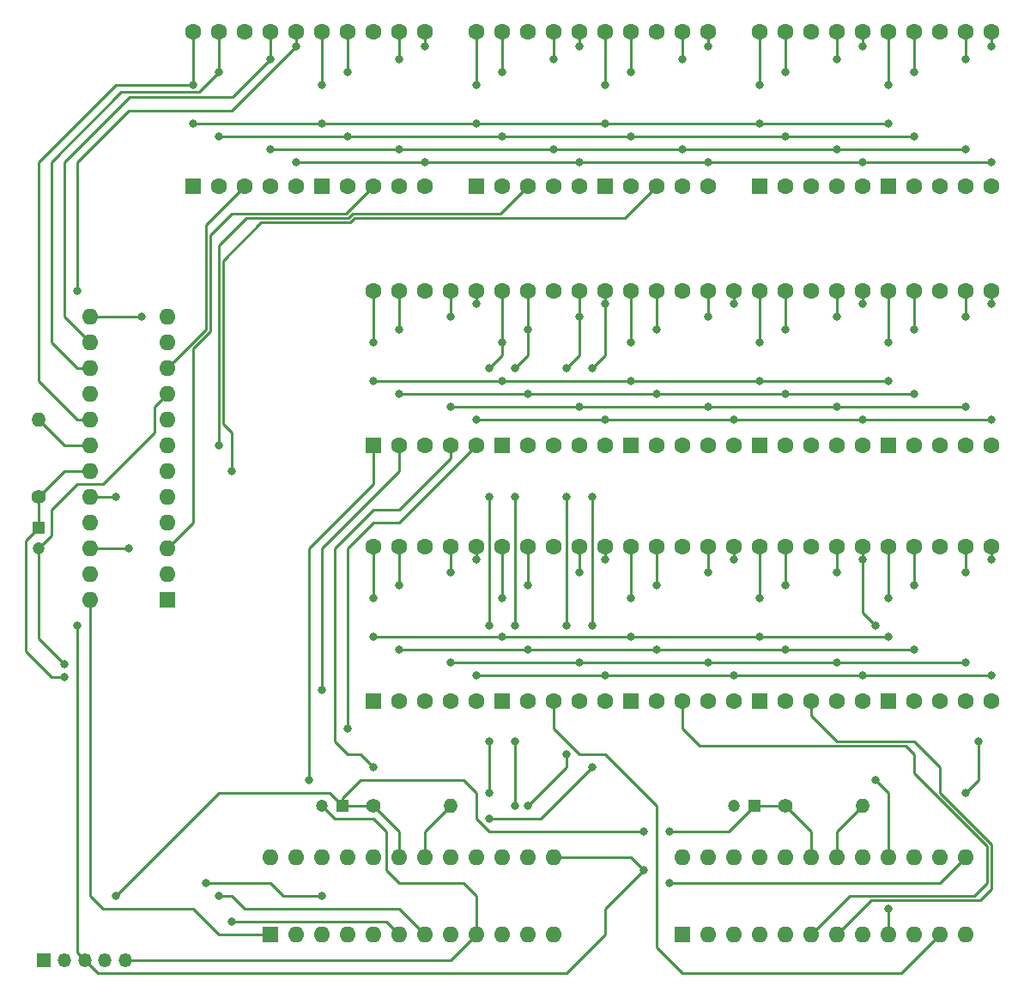
<source format=gtl>
%TF.GenerationSoftware,KiCad,Pcbnew,7.0.8*%
%TF.CreationDate,2023-10-10T00:58:14-07:00*%
%TF.ProjectId,htpm_control_numericals,6874706d-5f63-46f6-9e74-726f6c5f6e75,1*%
%TF.SameCoordinates,Original*%
%TF.FileFunction,Copper,L1,Top*%
%TF.FilePolarity,Positive*%
%FSLAX46Y46*%
G04 Gerber Fmt 4.6, Leading zero omitted, Abs format (unit mm)*
G04 Created by KiCad (PCBNEW 7.0.8) date 2023-10-10 00:58:14*
%MOMM*%
%LPD*%
G01*
G04 APERTURE LIST*
%TA.AperFunction,ComponentPad*%
%ADD10R,1.600000X1.600000*%
%TD*%
%TA.AperFunction,ComponentPad*%
%ADD11C,1.600000*%
%TD*%
%TA.AperFunction,ComponentPad*%
%ADD12C,1.400000*%
%TD*%
%TA.AperFunction,ComponentPad*%
%ADD13O,1.400000X1.400000*%
%TD*%
%TA.AperFunction,ComponentPad*%
%ADD14O,1.600000X1.600000*%
%TD*%
%TA.AperFunction,ComponentPad*%
%ADD15R,1.350000X1.350000*%
%TD*%
%TA.AperFunction,ComponentPad*%
%ADD16O,1.350000X1.350000*%
%TD*%
%TA.AperFunction,ComponentPad*%
%ADD17R,1.200000X1.200000*%
%TD*%
%TA.AperFunction,ComponentPad*%
%ADD18C,1.200000*%
%TD*%
%TA.AperFunction,ViaPad*%
%ADD19C,0.800000*%
%TD*%
%TA.AperFunction,Conductor*%
%ADD20C,0.250000*%
%TD*%
G04 APERTURE END LIST*
D10*
%TO.P,U12,1,E*%
%TO.N,Net-(U10-E)*%
X181610000Y-86360000D03*
D11*
%TO.P,U12,2,D*%
%TO.N,Net-(U10-D)*%
X184150000Y-86360000D03*
%TO.P,U12,3,CC*%
%TO.N,Net-(U13-DIG_0)*%
X186690000Y-86360000D03*
%TO.P,U12,4,C*%
%TO.N,Net-(U10-C)*%
X189230000Y-86360000D03*
%TO.P,U12,5,DP*%
%TO.N,Net-(U10-DP)*%
X191770000Y-86360000D03*
%TO.P,U12,6,B*%
%TO.N,Net-(U10-B)*%
X191770000Y-71120000D03*
%TO.P,U12,7,A*%
%TO.N,Net-(U10-A)*%
X189230000Y-71120000D03*
%TO.P,U12,8,CC*%
%TO.N,unconnected-(U12-CC-Pad8)*%
X186690000Y-71120000D03*
%TO.P,U12,9,F*%
%TO.N,Net-(U10-F)*%
X184150000Y-71120000D03*
%TO.P,U12,10,G*%
%TO.N,Net-(U10-G)*%
X181610000Y-71120000D03*
%TD*%
D10*
%TO.P,U14,1,E*%
%TO.N,Net-(U14-E)*%
X181610000Y-111637500D03*
D11*
%TO.P,U14,2,D*%
%TO.N,Net-(U14-D)*%
X184150000Y-111637500D03*
%TO.P,U14,3,CC*%
%TO.N,Net-(U18-DIG_4)*%
X186690000Y-111637500D03*
%TO.P,U14,4,C*%
%TO.N,Net-(U14-C)*%
X189230000Y-111637500D03*
%TO.P,U14,5,DP*%
%TO.N,Net-(U14-DP)*%
X191770000Y-111637500D03*
%TO.P,U14,6,B*%
%TO.N,Net-(U14-B)*%
X191770000Y-96397500D03*
%TO.P,U14,7,A*%
%TO.N,Net-(U14-A)*%
X189230000Y-96397500D03*
%TO.P,U14,8,CC*%
%TO.N,unconnected-(U14-CC-Pad8)*%
X186690000Y-96397500D03*
%TO.P,U14,9,F*%
%TO.N,Net-(U14-F)*%
X184150000Y-96397500D03*
%TO.P,U14,10,G*%
%TO.N,Net-(U14-G)*%
X181610000Y-96397500D03*
%TD*%
D10*
%TO.P,U16,1,E*%
%TO.N,Net-(U14-E)*%
X156210000Y-111637500D03*
D11*
%TO.P,U16,2,D*%
%TO.N,Net-(U14-D)*%
X158750000Y-111637500D03*
%TO.P,U16,3,CC*%
%TO.N,Net-(U18-DIG_2)*%
X161290000Y-111637500D03*
%TO.P,U16,4,C*%
%TO.N,Net-(U14-C)*%
X163830000Y-111637500D03*
%TO.P,U16,5,DP*%
%TO.N,Net-(U14-DP)*%
X166370000Y-111637500D03*
%TO.P,U16,6,B*%
%TO.N,Net-(U14-B)*%
X166370000Y-96397500D03*
%TO.P,U16,7,A*%
%TO.N,Net-(U14-A)*%
X163830000Y-96397500D03*
%TO.P,U16,8,CC*%
%TO.N,unconnected-(U16-CC-Pad8)*%
X161290000Y-96397500D03*
%TO.P,U16,9,F*%
%TO.N,Net-(U14-F)*%
X158750000Y-96397500D03*
%TO.P,U16,10,G*%
%TO.N,Net-(U14-G)*%
X156210000Y-96397500D03*
%TD*%
D10*
%TO.P,U11,1,E*%
%TO.N,Net-(U10-E)*%
X168910000Y-86360000D03*
D11*
%TO.P,U11,2,D*%
%TO.N,Net-(U10-D)*%
X171450000Y-86360000D03*
%TO.P,U11,3,CC*%
%TO.N,Net-(U13-DIG_1)*%
X173990000Y-86360000D03*
%TO.P,U11,4,C*%
%TO.N,Net-(U10-C)*%
X176530000Y-86360000D03*
%TO.P,U11,5,DP*%
%TO.N,Net-(U10-DP)*%
X179070000Y-86360000D03*
%TO.P,U11,6,B*%
%TO.N,Net-(U10-B)*%
X179070000Y-71120000D03*
%TO.P,U11,7,A*%
%TO.N,Net-(U10-A)*%
X176530000Y-71120000D03*
%TO.P,U11,8,CC*%
%TO.N,unconnected-(U11-CC-Pad8)*%
X173990000Y-71120000D03*
%TO.P,U11,9,F*%
%TO.N,Net-(U10-F)*%
X171450000Y-71120000D03*
%TO.P,U11,10,G*%
%TO.N,Net-(U10-G)*%
X168910000Y-71120000D03*
%TD*%
D10*
%TO.P,U17,1,E*%
%TO.N,Net-(U14-E)*%
X143510000Y-111637500D03*
D11*
%TO.P,U17,2,D*%
%TO.N,Net-(U14-D)*%
X146050000Y-111637500D03*
%TO.P,U17,3,CC*%
%TO.N,Net-(U18-DIG_1)*%
X148590000Y-111637500D03*
%TO.P,U17,4,C*%
%TO.N,Net-(U14-C)*%
X151130000Y-111637500D03*
%TO.P,U17,5,DP*%
%TO.N,Net-(U14-DP)*%
X153670000Y-111637500D03*
%TO.P,U17,6,B*%
%TO.N,Net-(U14-B)*%
X153670000Y-96397500D03*
%TO.P,U17,7,A*%
%TO.N,Net-(U14-A)*%
X151130000Y-96397500D03*
%TO.P,U17,8,CC*%
%TO.N,unconnected-(U17-CC-Pad8)*%
X148590000Y-96397500D03*
%TO.P,U17,9,F*%
%TO.N,Net-(U14-F)*%
X146050000Y-96397500D03*
%TO.P,U17,10,G*%
%TO.N,Net-(U14-G)*%
X143510000Y-96397500D03*
%TD*%
D12*
%TO.P,R2,1*%
%TO.N,+5V*%
X130810000Y-121920000D03*
D13*
%TO.P,R2,2*%
%TO.N,Net-(U13-ISET)*%
X138430000Y-121920000D03*
%TD*%
D12*
%TO.P,R3,1*%
%TO.N,+5V*%
X171450000Y-121920000D03*
D13*
%TO.P,R3,2*%
%TO.N,Net-(U18-ISET)*%
X179070000Y-121920000D03*
%TD*%
D10*
%TO.P,U13,1,DIN*%
%TO.N,Net-(U1-DOUT)*%
X120650000Y-134620000D03*
D14*
%TO.P,U13,2,DIG_0*%
%TO.N,Net-(U13-DIG_0)*%
X123190000Y-134620000D03*
%TO.P,U13,3,DIG_4*%
%TO.N,Net-(U13-DIG_4)*%
X125730000Y-134620000D03*
%TO.P,U13,4,GND*%
%TO.N,unconnected-(U13-GND-Pad4)*%
X128270000Y-134620000D03*
%TO.P,U13,5,DIG_6*%
%TO.N,unconnected-(U13-DIG_6-Pad5)*%
X130810000Y-134620000D03*
%TO.P,U13,6,DIG_2*%
%TO.N,Net-(U13-DIG_2)*%
X133350000Y-134620000D03*
%TO.P,U13,7,DIG_3*%
%TO.N,Net-(U13-DIG_3)*%
X135890000Y-134620000D03*
%TO.P,U13,8,DIG_7*%
%TO.N,unconnected-(U13-DIG_7-Pad8)*%
X138430000Y-134620000D03*
%TO.P,U13,9,GND*%
%TO.N,GND*%
X140970000Y-134620000D03*
%TO.P,U13,10,DIG_5*%
%TO.N,unconnected-(U13-DIG_5-Pad10)*%
X143510000Y-134620000D03*
%TO.P,U13,11,DIG_1*%
%TO.N,Net-(U13-DIG_1)*%
X146050000Y-134620000D03*
%TO.P,U13,12,LOAD*%
%TO.N,Net-(J1-Pin_1)*%
X148590000Y-134620000D03*
%TO.P,U13,13,CLK*%
%TO.N,Net-(J1-Pin_3)*%
X148590000Y-127000000D03*
%TO.P,U13,14,SEG_A*%
%TO.N,Net-(U10-A)*%
X146050000Y-127000000D03*
%TO.P,U13,15,SEG_F*%
%TO.N,Net-(U10-F)*%
X143510000Y-127000000D03*
%TO.P,U13,16,SEG_B*%
%TO.N,Net-(U10-B)*%
X140970000Y-127000000D03*
%TO.P,U13,17,SEG_G*%
%TO.N,Net-(U10-G)*%
X138430000Y-127000000D03*
%TO.P,U13,18,ISET*%
%TO.N,Net-(U13-ISET)*%
X135890000Y-127000000D03*
%TO.P,U13,19,V+*%
%TO.N,+5V*%
X133350000Y-127000000D03*
%TO.P,U13,20,SEG_C*%
%TO.N,Net-(U10-C)*%
X130810000Y-127000000D03*
%TO.P,U13,21,SEG_E*%
%TO.N,Net-(U10-E)*%
X128270000Y-127000000D03*
%TO.P,U13,22,SEG_DP*%
%TO.N,Net-(U10-DP)*%
X125730000Y-127000000D03*
%TO.P,U13,23,SEG_D*%
%TO.N,Net-(U10-D)*%
X123190000Y-127000000D03*
%TO.P,U13,24,DOUT*%
%TO.N,Net-(U13-DOUT)*%
X120650000Y-127000000D03*
%TD*%
D10*
%TO.P,U1,1,DIN*%
%TO.N,Net-(J1-Pin_2)*%
X110490000Y-101600000D03*
D14*
%TO.P,U1,2,DIG_0*%
%TO.N,Net-(U1-DIG_0)*%
X110490000Y-99060000D03*
%TO.P,U1,3,DIG_4*%
%TO.N,Net-(U1-DIG_4)*%
X110490000Y-96520000D03*
%TO.P,U1,4,GND*%
%TO.N,unconnected-(U1-GND-Pad4)*%
X110490000Y-93980000D03*
%TO.P,U1,5,DIG_6*%
%TO.N,unconnected-(U1-DIG_6-Pad5)*%
X110490000Y-91440000D03*
%TO.P,U1,6,DIG_2*%
%TO.N,Net-(U1-DIG_2)*%
X110490000Y-88900000D03*
%TO.P,U1,7,DIG_3*%
%TO.N,Net-(U1-DIG_3)*%
X110490000Y-86360000D03*
%TO.P,U1,8,DIG_7*%
%TO.N,unconnected-(U1-DIG_7-Pad8)*%
X110490000Y-83820000D03*
%TO.P,U1,9,GND*%
%TO.N,GND*%
X110490000Y-81280000D03*
%TO.P,U1,10,DIG_5*%
%TO.N,Net-(U1-DIG_5)*%
X110490000Y-78740000D03*
%TO.P,U1,11,DIG_1*%
%TO.N,Net-(U1-DIG_1)*%
X110490000Y-76200000D03*
%TO.P,U1,12,LOAD*%
%TO.N,Net-(J1-Pin_1)*%
X110490000Y-73660000D03*
%TO.P,U1,13,CLK*%
%TO.N,Net-(J1-Pin_3)*%
X102870000Y-73660000D03*
%TO.P,U1,14,SEG_A*%
%TO.N,Net-(U1-SEG_A)*%
X102870000Y-76200000D03*
%TO.P,U1,15,SEG_F*%
%TO.N,Net-(U1-SEG_F)*%
X102870000Y-78740000D03*
%TO.P,U1,16,SEG_B*%
%TO.N,Net-(U1-SEG_B)*%
X102870000Y-81280000D03*
%TO.P,U1,17,SEG_G*%
%TO.N,Net-(U1-SEG_G)*%
X102870000Y-83820000D03*
%TO.P,U1,18,ISET*%
%TO.N,Net-(U1-ISET)*%
X102870000Y-86360000D03*
%TO.P,U1,19,V+*%
%TO.N,+5V*%
X102870000Y-88900000D03*
%TO.P,U1,20,SEG_C*%
%TO.N,Net-(U1-SEG_C)*%
X102870000Y-91440000D03*
%TO.P,U1,21,SEG_E*%
%TO.N,Net-(U1-SEG_E)*%
X102870000Y-93980000D03*
%TO.P,U1,22,SEG_DP*%
%TO.N,Net-(U1-SEG_DP)*%
X102870000Y-96520000D03*
%TO.P,U1,23,SEG_D*%
%TO.N,Net-(U1-SEG_D)*%
X102870000Y-99060000D03*
%TO.P,U1,24,DOUT*%
%TO.N,Net-(U1-DOUT)*%
X102870000Y-101600000D03*
%TD*%
D12*
%TO.P,R1,1*%
%TO.N,+5V*%
X97790000Y-91440000D03*
D13*
%TO.P,R1,2*%
%TO.N,Net-(U1-ISET)*%
X97790000Y-83820000D03*
%TD*%
D10*
%TO.P,U5,1,E*%
%TO.N,Net-(U1-SEG_E)*%
X153670000Y-60837500D03*
D11*
%TO.P,U5,2,D*%
%TO.N,Net-(U1-SEG_D)*%
X156210000Y-60837500D03*
%TO.P,U5,3,CC*%
%TO.N,Net-(U1-DIG_2)*%
X158750000Y-60837500D03*
%TO.P,U5,4,C*%
%TO.N,Net-(U1-SEG_C)*%
X161290000Y-60837500D03*
%TO.P,U5,5,DP*%
%TO.N,Net-(U1-SEG_DP)*%
X163830000Y-60837500D03*
%TO.P,U5,6,B*%
%TO.N,Net-(U1-SEG_B)*%
X163830000Y-45597500D03*
%TO.P,U5,7,A*%
%TO.N,Net-(U1-SEG_A)*%
X161290000Y-45597500D03*
%TO.P,U5,8,CC*%
%TO.N,unconnected-(U5-CC-Pad8)*%
X158750000Y-45597500D03*
%TO.P,U5,9,F*%
%TO.N,Net-(U1-SEG_F)*%
X156210000Y-45597500D03*
%TO.P,U5,10,G*%
%TO.N,Net-(U1-SEG_G)*%
X153670000Y-45597500D03*
%TD*%
D10*
%TO.P,U19,1,E*%
%TO.N,Net-(U14-E)*%
X130810000Y-111637500D03*
D11*
%TO.P,U19,2,D*%
%TO.N,Net-(U14-D)*%
X133350000Y-111637500D03*
%TO.P,U19,3,CC*%
%TO.N,Net-(U18-DIG_0)*%
X135890000Y-111637500D03*
%TO.P,U19,4,C*%
%TO.N,Net-(U14-C)*%
X138430000Y-111637500D03*
%TO.P,U19,5,DP*%
%TO.N,Net-(U14-DP)*%
X140970000Y-111637500D03*
%TO.P,U19,6,B*%
%TO.N,Net-(U14-B)*%
X140970000Y-96397500D03*
%TO.P,U19,7,A*%
%TO.N,Net-(U14-A)*%
X138430000Y-96397500D03*
%TO.P,U19,8,CC*%
%TO.N,unconnected-(U19-CC-Pad8)*%
X135890000Y-96397500D03*
%TO.P,U19,9,F*%
%TO.N,Net-(U14-F)*%
X133350000Y-96397500D03*
%TO.P,U19,10,G*%
%TO.N,Net-(U14-G)*%
X130810000Y-96397500D03*
%TD*%
D10*
%TO.P,U18,1,DIN*%
%TO.N,Net-(U13-DOUT)*%
X161290000Y-134620000D03*
D14*
%TO.P,U18,2,DIG_0*%
%TO.N,Net-(U18-DIG_0)*%
X163830000Y-134620000D03*
%TO.P,U18,3,DIG_4*%
%TO.N,Net-(U18-DIG_4)*%
X166370000Y-134620000D03*
%TO.P,U18,4,GND*%
%TO.N,unconnected-(U18-GND-Pad4)*%
X168910000Y-134620000D03*
%TO.P,U18,5,DIG_6*%
%TO.N,unconnected-(U18-DIG_6-Pad5)*%
X171450000Y-134620000D03*
%TO.P,U18,6,DIG_2*%
%TO.N,Net-(U18-DIG_2)*%
X173990000Y-134620000D03*
%TO.P,U18,7,DIG_3*%
%TO.N,Net-(U18-DIG_3)*%
X176530000Y-134620000D03*
%TO.P,U18,8,DIG_7*%
%TO.N,unconnected-(U18-DIG_7-Pad8)*%
X179070000Y-134620000D03*
%TO.P,U18,9,GND*%
%TO.N,GND*%
X181610000Y-134620000D03*
%TO.P,U18,10,DIG_5*%
%TO.N,unconnected-(U18-DIG_5-Pad10)*%
X184150000Y-134620000D03*
%TO.P,U18,11,DIG_1*%
%TO.N,Net-(U18-DIG_1)*%
X186690000Y-134620000D03*
%TO.P,U18,12,LOAD*%
%TO.N,Net-(J1-Pin_1)*%
X189230000Y-134620000D03*
%TO.P,U18,13,CLK*%
%TO.N,Net-(J1-Pin_3)*%
X189230000Y-127000000D03*
%TO.P,U18,14,SEG_A*%
%TO.N,Net-(U14-A)*%
X186690000Y-127000000D03*
%TO.P,U18,15,SEG_F*%
%TO.N,Net-(U14-F)*%
X184150000Y-127000000D03*
%TO.P,U18,16,SEG_B*%
%TO.N,Net-(U14-B)*%
X181610000Y-127000000D03*
%TO.P,U18,17,SEG_G*%
%TO.N,Net-(U14-G)*%
X179070000Y-127000000D03*
%TO.P,U18,18,ISET*%
%TO.N,Net-(U18-ISET)*%
X176530000Y-127000000D03*
%TO.P,U18,19,V+*%
%TO.N,+5V*%
X173990000Y-127000000D03*
%TO.P,U18,20,SEG_C*%
%TO.N,Net-(U14-C)*%
X171450000Y-127000000D03*
%TO.P,U18,21,SEG_E*%
%TO.N,Net-(U14-E)*%
X168910000Y-127000000D03*
%TO.P,U18,22,SEG_DP*%
%TO.N,Net-(U14-DP)*%
X166370000Y-127000000D03*
%TO.P,U18,23,SEG_D*%
%TO.N,Net-(U14-D)*%
X163830000Y-127000000D03*
%TO.P,U18,24,DOUT*%
%TO.N,unconnected-(U18-DOUT-Pad24)*%
X161290000Y-127000000D03*
%TD*%
D10*
%TO.P,U15,1,E*%
%TO.N,Net-(U14-E)*%
X168910000Y-111637500D03*
D11*
%TO.P,U15,2,D*%
%TO.N,Net-(U14-D)*%
X171450000Y-111637500D03*
%TO.P,U15,3,CC*%
%TO.N,Net-(U18-DIG_3)*%
X173990000Y-111637500D03*
%TO.P,U15,4,C*%
%TO.N,Net-(U14-C)*%
X176530000Y-111637500D03*
%TO.P,U15,5,DP*%
%TO.N,Net-(U14-DP)*%
X179070000Y-111637500D03*
%TO.P,U15,6,B*%
%TO.N,Net-(U14-B)*%
X179070000Y-96397500D03*
%TO.P,U15,7,A*%
%TO.N,Net-(U14-A)*%
X176530000Y-96397500D03*
%TO.P,U15,8,CC*%
%TO.N,unconnected-(U15-CC-Pad8)*%
X173990000Y-96397500D03*
%TO.P,U15,9,F*%
%TO.N,Net-(U14-F)*%
X171450000Y-96397500D03*
%TO.P,U15,10,G*%
%TO.N,Net-(U14-G)*%
X168910000Y-96397500D03*
%TD*%
D10*
%TO.P,U9,1,E*%
%TO.N,Net-(U10-E)*%
X143510000Y-86360000D03*
D11*
%TO.P,U9,2,D*%
%TO.N,Net-(U10-D)*%
X146050000Y-86360000D03*
%TO.P,U9,3,CC*%
%TO.N,Net-(U13-DIG_3)*%
X148590000Y-86360000D03*
%TO.P,U9,4,C*%
%TO.N,Net-(U10-C)*%
X151130000Y-86360000D03*
%TO.P,U9,5,DP*%
%TO.N,Net-(U10-DP)*%
X153670000Y-86360000D03*
%TO.P,U9,6,B*%
%TO.N,Net-(U10-B)*%
X153670000Y-71120000D03*
%TO.P,U9,7,A*%
%TO.N,Net-(U10-A)*%
X151130000Y-71120000D03*
%TO.P,U9,8,CC*%
%TO.N,unconnected-(U9-CC-Pad8)*%
X148590000Y-71120000D03*
%TO.P,U9,9,F*%
%TO.N,Net-(U10-F)*%
X146050000Y-71120000D03*
%TO.P,U9,10,G*%
%TO.N,Net-(U10-G)*%
X143510000Y-71120000D03*
%TD*%
D10*
%TO.P,U6,1,E*%
%TO.N,Net-(U1-SEG_E)*%
X168910000Y-60837500D03*
D11*
%TO.P,U6,2,D*%
%TO.N,Net-(U1-SEG_D)*%
X171450000Y-60837500D03*
%TO.P,U6,3,CC*%
%TO.N,Net-(U1-DIG_1)*%
X173990000Y-60837500D03*
%TO.P,U6,4,C*%
%TO.N,Net-(U1-SEG_C)*%
X176530000Y-60837500D03*
%TO.P,U6,5,DP*%
%TO.N,Net-(U1-SEG_DP)*%
X179070000Y-60837500D03*
%TO.P,U6,6,B*%
%TO.N,Net-(U1-SEG_B)*%
X179070000Y-45597500D03*
%TO.P,U6,7,A*%
%TO.N,Net-(U1-SEG_A)*%
X176530000Y-45597500D03*
%TO.P,U6,8,CC*%
%TO.N,unconnected-(U6-CC-Pad8)*%
X173990000Y-45597500D03*
%TO.P,U6,9,F*%
%TO.N,Net-(U1-SEG_F)*%
X171450000Y-45597500D03*
%TO.P,U6,10,G*%
%TO.N,Net-(U1-SEG_G)*%
X168910000Y-45597500D03*
%TD*%
D10*
%TO.P,U8,1,E*%
%TO.N,Net-(U10-E)*%
X130810000Y-86360000D03*
D11*
%TO.P,U8,2,D*%
%TO.N,Net-(U10-D)*%
X133350000Y-86360000D03*
%TO.P,U8,3,CC*%
%TO.N,Net-(U13-DIG_4)*%
X135890000Y-86360000D03*
%TO.P,U8,4,C*%
%TO.N,Net-(U10-C)*%
X138430000Y-86360000D03*
%TO.P,U8,5,DP*%
%TO.N,Net-(U10-DP)*%
X140970000Y-86360000D03*
%TO.P,U8,6,B*%
%TO.N,Net-(U10-B)*%
X140970000Y-71120000D03*
%TO.P,U8,7,A*%
%TO.N,Net-(U10-A)*%
X138430000Y-71120000D03*
%TO.P,U8,8,CC*%
%TO.N,unconnected-(U8-CC-Pad8)*%
X135890000Y-71120000D03*
%TO.P,U8,9,F*%
%TO.N,Net-(U10-F)*%
X133350000Y-71120000D03*
%TO.P,U8,10,G*%
%TO.N,Net-(U10-G)*%
X130810000Y-71120000D03*
%TD*%
D15*
%TO.P,J1,1,Pin_1*%
%TO.N,Net-(J1-Pin_1)*%
X98330000Y-137160000D03*
D16*
%TO.P,J1,2,Pin_2*%
%TO.N,Net-(J1-Pin_2)*%
X100330000Y-137160000D03*
%TO.P,J1,3,Pin_3*%
%TO.N,Net-(J1-Pin_3)*%
X102330000Y-137160000D03*
%TO.P,J1,4,Pin_4*%
%TO.N,+5V*%
X104330000Y-137160000D03*
%TO.P,J1,5,Pin_5*%
%TO.N,GND*%
X106330000Y-137160000D03*
%TD*%
D10*
%TO.P,U10,1,E*%
%TO.N,Net-(U10-E)*%
X156210000Y-86360000D03*
D11*
%TO.P,U10,2,D*%
%TO.N,Net-(U10-D)*%
X158750000Y-86360000D03*
%TO.P,U10,3,CC*%
%TO.N,Net-(U13-DIG_2)*%
X161290000Y-86360000D03*
%TO.P,U10,4,C*%
%TO.N,Net-(U10-C)*%
X163830000Y-86360000D03*
%TO.P,U10,5,DP*%
%TO.N,Net-(U10-DP)*%
X166370000Y-86360000D03*
%TO.P,U10,6,B*%
%TO.N,Net-(U10-B)*%
X166370000Y-71120000D03*
%TO.P,U10,7,A*%
%TO.N,Net-(U10-A)*%
X163830000Y-71120000D03*
%TO.P,U10,8,CC*%
%TO.N,unconnected-(U10-CC-Pad8)*%
X161290000Y-71120000D03*
%TO.P,U10,9,F*%
%TO.N,Net-(U10-F)*%
X158750000Y-71120000D03*
%TO.P,U10,10,G*%
%TO.N,Net-(U10-G)*%
X156210000Y-71120000D03*
%TD*%
D10*
%TO.P,U2,1,E*%
%TO.N,Net-(U1-SEG_E)*%
X113030000Y-60837500D03*
D11*
%TO.P,U2,2,D*%
%TO.N,Net-(U1-SEG_D)*%
X115570000Y-60837500D03*
%TO.P,U2,3,CC*%
%TO.N,Net-(U1-DIG_5)*%
X118110000Y-60837500D03*
%TO.P,U2,4,C*%
%TO.N,Net-(U1-SEG_C)*%
X120650000Y-60837500D03*
%TO.P,U2,5,DP*%
%TO.N,Net-(U1-SEG_DP)*%
X123190000Y-60837500D03*
%TO.P,U2,6,B*%
%TO.N,Net-(U1-SEG_B)*%
X123190000Y-45597500D03*
%TO.P,U2,7,A*%
%TO.N,Net-(U1-SEG_A)*%
X120650000Y-45597500D03*
%TO.P,U2,8,CC*%
%TO.N,unconnected-(U2-CC-Pad8)*%
X118110000Y-45597500D03*
%TO.P,U2,9,F*%
%TO.N,Net-(U1-SEG_F)*%
X115570000Y-45597500D03*
%TO.P,U2,10,G*%
%TO.N,Net-(U1-SEG_G)*%
X113030000Y-45597500D03*
%TD*%
D10*
%TO.P,U4,1,E*%
%TO.N,Net-(U1-SEG_E)*%
X140970000Y-60837500D03*
D11*
%TO.P,U4,2,D*%
%TO.N,Net-(U1-SEG_D)*%
X143510000Y-60837500D03*
%TO.P,U4,3,CC*%
%TO.N,Net-(U1-DIG_3)*%
X146050000Y-60837500D03*
%TO.P,U4,4,C*%
%TO.N,Net-(U1-SEG_C)*%
X148590000Y-60837500D03*
%TO.P,U4,5,DP*%
%TO.N,Net-(U1-SEG_DP)*%
X151130000Y-60837500D03*
%TO.P,U4,6,B*%
%TO.N,Net-(U1-SEG_B)*%
X151130000Y-45597500D03*
%TO.P,U4,7,A*%
%TO.N,Net-(U1-SEG_A)*%
X148590000Y-45597500D03*
%TO.P,U4,8,CC*%
%TO.N,unconnected-(U4-CC-Pad8)*%
X146050000Y-45597500D03*
%TO.P,U4,9,F*%
%TO.N,Net-(U1-SEG_F)*%
X143510000Y-45597500D03*
%TO.P,U4,10,G*%
%TO.N,Net-(U1-SEG_G)*%
X140970000Y-45597500D03*
%TD*%
D17*
%TO.P,C2,1*%
%TO.N,+5V*%
X127730000Y-121920000D03*
D18*
%TO.P,C2,2*%
%TO.N,GND*%
X125730000Y-121920000D03*
%TD*%
D17*
%TO.P,C3,1*%
%TO.N,+5V*%
X168370000Y-121920000D03*
D18*
%TO.P,C3,2*%
%TO.N,GND*%
X166370000Y-121920000D03*
%TD*%
D10*
%TO.P,U7,1,E*%
%TO.N,Net-(U1-SEG_E)*%
X181610000Y-60837500D03*
D11*
%TO.P,U7,2,D*%
%TO.N,Net-(U1-SEG_D)*%
X184150000Y-60837500D03*
%TO.P,U7,3,CC*%
%TO.N,Net-(U1-DIG_0)*%
X186690000Y-60837500D03*
%TO.P,U7,4,C*%
%TO.N,Net-(U1-SEG_C)*%
X189230000Y-60837500D03*
%TO.P,U7,5,DP*%
%TO.N,Net-(U1-SEG_DP)*%
X191770000Y-60837500D03*
%TO.P,U7,6,B*%
%TO.N,Net-(U1-SEG_B)*%
X191770000Y-45597500D03*
%TO.P,U7,7,A*%
%TO.N,Net-(U1-SEG_A)*%
X189230000Y-45597500D03*
%TO.P,U7,8,CC*%
%TO.N,unconnected-(U7-CC-Pad8)*%
X186690000Y-45597500D03*
%TO.P,U7,9,F*%
%TO.N,Net-(U1-SEG_F)*%
X184150000Y-45597500D03*
%TO.P,U7,10,G*%
%TO.N,Net-(U1-SEG_G)*%
X181610000Y-45597500D03*
%TD*%
D10*
%TO.P,U3,1,E*%
%TO.N,Net-(U1-SEG_E)*%
X125730000Y-60837500D03*
D11*
%TO.P,U3,2,D*%
%TO.N,Net-(U1-SEG_D)*%
X128270000Y-60837500D03*
%TO.P,U3,3,CC*%
%TO.N,Net-(U1-DIG_4)*%
X130810000Y-60837500D03*
%TO.P,U3,4,C*%
%TO.N,Net-(U1-SEG_C)*%
X133350000Y-60837500D03*
%TO.P,U3,5,DP*%
%TO.N,Net-(U1-SEG_DP)*%
X135890000Y-60837500D03*
%TO.P,U3,6,B*%
%TO.N,Net-(U1-SEG_B)*%
X135890000Y-45597500D03*
%TO.P,U3,7,A*%
%TO.N,Net-(U1-SEG_A)*%
X133350000Y-45597500D03*
%TO.P,U3,8,CC*%
%TO.N,unconnected-(U3-CC-Pad8)*%
X130810000Y-45597500D03*
%TO.P,U3,9,F*%
%TO.N,Net-(U1-SEG_F)*%
X128270000Y-45597500D03*
%TO.P,U3,10,G*%
%TO.N,Net-(U1-SEG_G)*%
X125730000Y-45597500D03*
%TD*%
D17*
%TO.P,C1,1*%
%TO.N,+5V*%
X97790000Y-94520000D03*
D18*
%TO.P,C1,2*%
%TO.N,GND*%
X97790000Y-96520000D03*
%TD*%
D19*
%TO.N,+5V*%
X105410000Y-130810000D03*
X157480000Y-124460000D03*
X100330000Y-109220000D03*
X160020000Y-124460000D03*
%TO.N,GND*%
X100330000Y-107950000D03*
X181610000Y-132080000D03*
%TO.N,Net-(J1-Pin_3)*%
X107950000Y-73660000D03*
X160020000Y-129540000D03*
X101600000Y-104140000D03*
X157480000Y-128270000D03*
%TO.N,Net-(U1-DIG_2)*%
X116840000Y-88900000D03*
%TO.N,Net-(U1-DIG_3)*%
X115570000Y-86360000D03*
%TO.N,Net-(U1-SEG_A)*%
X120650000Y-48260000D03*
X133350000Y-48260000D03*
X161290000Y-48260000D03*
X148590000Y-48260000D03*
X176530000Y-48260000D03*
X189230000Y-48260000D03*
%TO.N,Net-(U1-SEG_F)*%
X115570000Y-49530000D03*
X143510000Y-49530000D03*
X156210000Y-49530000D03*
X184150000Y-49530000D03*
X171450000Y-49530000D03*
X128270000Y-49530000D03*
%TO.N,Net-(U1-SEG_B)*%
X101600000Y-71120000D03*
X179070000Y-46990000D03*
X151130000Y-46990000D03*
X163830000Y-46990000D03*
X135890000Y-46990000D03*
X191770000Y-46990000D03*
X123190000Y-46990000D03*
%TO.N,Net-(U1-SEG_G)*%
X153670000Y-50800000D03*
X125730000Y-50800000D03*
X168910000Y-50800000D03*
X181610000Y-50800000D03*
X113030000Y-50800000D03*
X140970000Y-50800000D03*
%TO.N,Net-(U1-SEG_C)*%
X176530000Y-57150000D03*
X189230000Y-57150000D03*
X133350000Y-57150000D03*
X161290000Y-57150000D03*
X120650000Y-57150000D03*
X105410000Y-91440000D03*
X148590000Y-57150000D03*
%TO.N,Net-(U1-SEG_E)*%
X125730000Y-54610000D03*
X168910000Y-54610000D03*
X153670000Y-54610000D03*
X181610000Y-54610000D03*
X113030000Y-54610000D03*
X140970000Y-54610000D03*
%TO.N,Net-(U1-SEG_DP)*%
X163830000Y-58420000D03*
X123190000Y-58420000D03*
X135890000Y-58420000D03*
X179070000Y-58420000D03*
X191770000Y-58420000D03*
X106680000Y-96520000D03*
X151130000Y-58420000D03*
%TO.N,Net-(U1-SEG_D)*%
X128270000Y-55880000D03*
X143510000Y-55880000D03*
X184150000Y-55880000D03*
X115570000Y-55880000D03*
X156210000Y-55880000D03*
X171450000Y-55880000D03*
%TO.N,Net-(U10-E)*%
X130810000Y-80010000D03*
X143510000Y-80010000D03*
X156210000Y-80010000D03*
X181610000Y-80010000D03*
X124460000Y-119380000D03*
X168910000Y-80010000D03*
%TO.N,Net-(U10-D)*%
X146050000Y-81280000D03*
X133350000Y-81280000D03*
X158750000Y-81280000D03*
X184150000Y-81280000D03*
X171450000Y-81280000D03*
X125730000Y-110490000D03*
%TO.N,Net-(U10-C)*%
X176530000Y-82550000D03*
X189230000Y-82550000D03*
X151130000Y-82550000D03*
X138430000Y-82550000D03*
X163830000Y-82550000D03*
X130810000Y-118110000D03*
%TO.N,Net-(U10-DP)*%
X179070000Y-83820000D03*
X153670000Y-83820000D03*
X128270000Y-114300000D03*
X140970000Y-83820000D03*
X191770000Y-83820000D03*
X166370000Y-83820000D03*
%TO.N,Net-(U10-B)*%
X153670000Y-72390000D03*
X140970000Y-72390000D03*
X142240000Y-123190000D03*
X152400000Y-78740000D03*
X191770000Y-72390000D03*
X152400000Y-91440000D03*
X179070000Y-72390000D03*
X166370000Y-72390000D03*
X152400000Y-118110000D03*
X152400000Y-104140000D03*
%TO.N,Net-(U10-A)*%
X163830000Y-73660000D03*
X149860000Y-104140000D03*
X149860000Y-78740000D03*
X151130000Y-73660000D03*
X176530000Y-73660000D03*
X149860000Y-91440000D03*
X138430000Y-73660000D03*
X146050000Y-121920000D03*
X149860000Y-116840000D03*
X189230000Y-73660000D03*
%TO.N,Net-(U10-F)*%
X144780000Y-121920000D03*
X144780000Y-78740000D03*
X146050000Y-74930000D03*
X133350000Y-74930000D03*
X144780000Y-91440000D03*
X144780000Y-104140000D03*
X171450000Y-74930000D03*
X158750000Y-74930000D03*
X144780000Y-115570000D03*
X184150000Y-74930000D03*
%TO.N,Net-(U10-G)*%
X142240000Y-104140000D03*
X143510000Y-76200000D03*
X130810000Y-76200000D03*
X181610000Y-76200000D03*
X142240000Y-120650000D03*
X156210000Y-76200000D03*
X168910000Y-76200000D03*
X142240000Y-91440000D03*
X142240000Y-115570000D03*
X142240000Y-78740000D03*
%TO.N,Net-(U13-DIG_4)*%
X114300000Y-129540000D03*
X125730000Y-130810000D03*
%TO.N,Net-(U13-DIG_2)*%
X116840000Y-133350000D03*
%TO.N,Net-(U13-DIG_3)*%
X115570000Y-130810000D03*
%TO.N,Net-(U14-E)*%
X181610000Y-105287500D03*
X130810000Y-105287500D03*
X143510000Y-105287500D03*
X156210000Y-105287500D03*
X168910000Y-105287500D03*
%TO.N,Net-(U14-D)*%
X158750000Y-106557500D03*
X184150000Y-106557500D03*
X133350000Y-106557500D03*
X146050000Y-106557500D03*
X171450000Y-106557500D03*
%TO.N,Net-(U14-C)*%
X163830000Y-107827500D03*
X151130000Y-107827500D03*
X189230000Y-107827500D03*
X138430000Y-107827500D03*
X176530000Y-107827500D03*
%TO.N,Net-(U14-DP)*%
X179070000Y-109097500D03*
X140970000Y-109097500D03*
X166370000Y-109097500D03*
X191770000Y-109097500D03*
X153670000Y-109097500D03*
%TO.N,Net-(U14-B)*%
X153670000Y-97667500D03*
X166370000Y-97667500D03*
X140970000Y-97667500D03*
X179070000Y-97667500D03*
X180340000Y-104140000D03*
X180340000Y-119380000D03*
X191770000Y-97667500D03*
%TO.N,Net-(U14-A)*%
X151130000Y-98937500D03*
X138430000Y-98937500D03*
X190500000Y-115570000D03*
X189230000Y-120650000D03*
X176530000Y-98937500D03*
X189230000Y-98937500D03*
X163830000Y-98937500D03*
%TO.N,Net-(U14-F)*%
X133350000Y-100207500D03*
X184150000Y-100207500D03*
X146050000Y-100207500D03*
X158750000Y-100207500D03*
X171450000Y-100207500D03*
%TO.N,Net-(U14-G)*%
X143510000Y-101477500D03*
X168910000Y-101477500D03*
X181610000Y-101477500D03*
X156210000Y-101477500D03*
X130810000Y-101477500D03*
%TD*%
D20*
%TO.N,+5V*%
X165830000Y-124460000D02*
X163830000Y-124460000D01*
X100330000Y-88900000D02*
X102870000Y-88900000D01*
X100330000Y-109220000D02*
X99060000Y-109220000D01*
X97790000Y-91440000D02*
X100330000Y-88900000D01*
X126460000Y-120650000D02*
X115570000Y-120650000D01*
X127730000Y-121920000D02*
X126460000Y-120650000D01*
X140970000Y-120650000D02*
X139700000Y-119380000D01*
X168370000Y-121920000D02*
X171450000Y-121920000D01*
X163830000Y-124460000D02*
X160020000Y-124460000D01*
X130810000Y-121920000D02*
X127730000Y-121920000D01*
X96520000Y-95790000D02*
X97790000Y-94520000D01*
X127730000Y-121190000D02*
X127730000Y-121920000D01*
X168370000Y-121920000D02*
X165830000Y-124460000D01*
X97790000Y-94520000D02*
X97790000Y-91440000D01*
X171450000Y-121920000D02*
X173990000Y-124460000D01*
X157480000Y-124460000D02*
X142240000Y-124460000D01*
X142240000Y-124460000D02*
X140970000Y-123190000D01*
X129540000Y-119380000D02*
X127730000Y-121190000D01*
X96520000Y-106680000D02*
X96520000Y-95790000D01*
X99060000Y-109220000D02*
X96520000Y-106680000D01*
X115570000Y-120650000D02*
X105410000Y-130810000D01*
X140970000Y-123190000D02*
X140970000Y-120650000D01*
X133350000Y-124460000D02*
X133350000Y-127000000D01*
X173990000Y-124460000D02*
X173990000Y-127000000D01*
X130810000Y-121920000D02*
X133350000Y-124460000D01*
X139700000Y-119380000D02*
X129540000Y-119380000D01*
%TO.N,GND*%
X181610000Y-134620000D02*
X181610000Y-132080000D01*
X104140000Y-90170000D02*
X109220000Y-85090000D01*
X132080000Y-124460000D02*
X132080000Y-128270000D01*
X125730000Y-121920000D02*
X127000000Y-123190000D01*
X140970000Y-130810000D02*
X140970000Y-134620000D01*
X109220000Y-82550000D02*
X110490000Y-81280000D01*
X97790000Y-105410000D02*
X100330000Y-107950000D01*
X132080000Y-128270000D02*
X133350000Y-129540000D01*
X139700000Y-129540000D02*
X140970000Y-130810000D01*
X101600000Y-90170000D02*
X104140000Y-90170000D01*
X97790000Y-96520000D02*
X97790000Y-105410000D01*
X138430000Y-137160000D02*
X106330000Y-137160000D01*
X109220000Y-85090000D02*
X109220000Y-82550000D01*
X130810000Y-123190000D02*
X132080000Y-124460000D01*
X133350000Y-129540000D02*
X139700000Y-129540000D01*
X127000000Y-123190000D02*
X130810000Y-123190000D01*
X99060000Y-95250000D02*
X99060000Y-92710000D01*
X97790000Y-96520000D02*
X99060000Y-95250000D01*
X99060000Y-92710000D02*
X101600000Y-90170000D01*
X140970000Y-134620000D02*
X138430000Y-137160000D01*
%TO.N,Net-(J1-Pin_3)*%
X189230000Y-127000000D02*
X186690000Y-129540000D01*
X103600000Y-138430000D02*
X102330000Y-137160000D01*
X157480000Y-128270000D02*
X153670000Y-132080000D01*
X101600000Y-136430000D02*
X102330000Y-137160000D01*
X149860000Y-138430000D02*
X103600000Y-138430000D01*
X186690000Y-129540000D02*
X160020000Y-129540000D01*
X102870000Y-73660000D02*
X107950000Y-73660000D01*
X156210000Y-127000000D02*
X148590000Y-127000000D01*
X101600000Y-104140000D02*
X101600000Y-136430000D01*
X153670000Y-132080000D02*
X153670000Y-134620000D01*
X157480000Y-128270000D02*
X156210000Y-127000000D01*
X153670000Y-134620000D02*
X149860000Y-138430000D01*
%TO.N,Net-(U1-ISET)*%
X97790000Y-83820000D02*
X100330000Y-86360000D01*
X100330000Y-86360000D02*
X102870000Y-86360000D01*
%TO.N,Net-(U18-ISET)*%
X176530000Y-127000000D02*
X176530000Y-124460000D01*
X176530000Y-124460000D02*
X179070000Y-121920000D01*
%TO.N,Net-(U13-ISET)*%
X135890000Y-127000000D02*
X135890000Y-124460000D01*
X135890000Y-124460000D02*
X138430000Y-121920000D01*
%TO.N,Net-(U1-DIG_4)*%
X114750000Y-75116396D02*
X113030000Y-76836396D01*
X114750000Y-65590000D02*
X114750000Y-75116396D01*
X130810000Y-60837500D02*
X128147500Y-63500000D01*
X128147500Y-63500000D02*
X116840000Y-63500000D01*
X113030000Y-76836396D02*
X113030000Y-93980000D01*
X113030000Y-93980000D02*
X110490000Y-96520000D01*
X116840000Y-63500000D02*
X114750000Y-65590000D01*
%TO.N,Net-(U1-DIG_2)*%
X116840000Y-85090000D02*
X116840000Y-88900000D01*
X116020000Y-68131396D02*
X116020000Y-84270000D01*
X155637500Y-63950000D02*
X128970292Y-63950000D01*
X128970292Y-63950000D02*
X128520292Y-64400000D01*
X119751396Y-64400000D02*
X116020000Y-68131396D01*
X128520292Y-64400000D02*
X119751396Y-64400000D01*
X158750000Y-60837500D02*
X155637500Y-63950000D01*
X116020000Y-84270000D02*
X116840000Y-85090000D01*
%TO.N,Net-(U1-DIG_3)*%
X143387500Y-63500000D02*
X128783896Y-63500000D01*
X115570000Y-85090000D02*
X115570000Y-86360000D01*
X146050000Y-60837500D02*
X143387500Y-63500000D01*
X118296396Y-63950000D02*
X115570000Y-66676396D01*
X115570000Y-66676396D02*
X115570000Y-85090000D01*
X128783896Y-63500000D02*
X128333896Y-63950000D01*
X128333896Y-63950000D02*
X118296396Y-63950000D01*
%TO.N,Net-(U1-DIG_5)*%
X114300000Y-64647500D02*
X114300000Y-74930000D01*
X118110000Y-60837500D02*
X114300000Y-64647500D01*
X114300000Y-74930000D02*
X110490000Y-78740000D01*
%TO.N,Net-(U1-SEG_A)*%
X100330000Y-58420000D02*
X100330000Y-73660000D01*
X120650000Y-48260000D02*
X116935000Y-51975000D01*
X161290000Y-48260000D02*
X161290000Y-45597500D01*
X106775000Y-51975000D02*
X100330000Y-58420000D01*
X176530000Y-48260000D02*
X176530000Y-45597500D01*
X148590000Y-48260000D02*
X148590000Y-45597500D01*
X120650000Y-48260000D02*
X120650000Y-45597500D01*
X189230000Y-45597500D02*
X189230000Y-48260000D01*
X100330000Y-73660000D02*
X102870000Y-76200000D01*
X116935000Y-51975000D02*
X106775000Y-51975000D01*
X133350000Y-48260000D02*
X133350000Y-45597500D01*
%TO.N,Net-(U1-SEG_F)*%
X99060000Y-76200000D02*
X101600000Y-78740000D01*
X105955000Y-51525000D02*
X99060000Y-58420000D01*
X115570000Y-45597500D02*
X115570000Y-49530000D01*
X113629695Y-51525000D02*
X105955000Y-51525000D01*
X128270000Y-45597500D02*
X128270000Y-49530000D01*
X115570000Y-49584695D02*
X113629695Y-51525000D01*
X156210000Y-45597500D02*
X156210000Y-49530000D01*
X184150000Y-45597500D02*
X184150000Y-49530000D01*
X171450000Y-45597500D02*
X171450000Y-49530000D01*
X99060000Y-58420000D02*
X99060000Y-76200000D01*
X143510000Y-45597500D02*
X143510000Y-49530000D01*
X101600000Y-78740000D02*
X102870000Y-78740000D01*
X115570000Y-49530000D02*
X115570000Y-49584695D01*
%TO.N,Net-(U1-SEG_B)*%
X123190000Y-46990000D02*
X116840000Y-53340000D01*
X116840000Y-53340000D02*
X115570000Y-53340000D01*
X123190000Y-45597500D02*
X123190000Y-46990000D01*
X191770000Y-45597500D02*
X191770000Y-46990000D01*
X135890000Y-45597500D02*
X135890000Y-46990000D01*
X151130000Y-45597500D02*
X151130000Y-46990000D01*
X115570000Y-53340000D02*
X106680000Y-53340000D01*
X102870000Y-57150000D02*
X101600000Y-58420000D01*
X179070000Y-46990000D02*
X179070000Y-45597500D01*
X101600000Y-58420000D02*
X101600000Y-71120000D01*
X163830000Y-45597500D02*
X163830000Y-46990000D01*
X106680000Y-53340000D02*
X102870000Y-57150000D01*
%TO.N,Net-(U1-SEG_G)*%
X140970000Y-50800000D02*
X140970000Y-45597500D01*
X101600000Y-83820000D02*
X102870000Y-83820000D01*
X168910000Y-50800000D02*
X168910000Y-45597500D01*
X105410000Y-50800000D02*
X97790000Y-58420000D01*
X113030000Y-50800000D02*
X105410000Y-50800000D01*
X97790000Y-80010000D02*
X101600000Y-83820000D01*
X181610000Y-45597500D02*
X181610000Y-50800000D01*
X97790000Y-58420000D02*
X97790000Y-80010000D01*
X113030000Y-50800000D02*
X113030000Y-45597500D01*
X125730000Y-50800000D02*
X125730000Y-45597500D01*
X153670000Y-50800000D02*
X153670000Y-45597500D01*
%TO.N,Net-(U1-SEG_C)*%
X148590000Y-57150000D02*
X161290000Y-57150000D01*
X133350000Y-57150000D02*
X148590000Y-57150000D01*
X105410000Y-91440000D02*
X102870000Y-91440000D01*
X176530000Y-57150000D02*
X189230000Y-57150000D01*
X120650000Y-57150000D02*
X133350000Y-57150000D01*
X161290000Y-57150000D02*
X176530000Y-57150000D01*
%TO.N,Net-(U1-SEG_E)*%
X113030000Y-54610000D02*
X125730000Y-54610000D01*
X140970000Y-54610000D02*
X153670000Y-54610000D01*
X153670000Y-54610000D02*
X168910000Y-54610000D01*
X125730000Y-54610000D02*
X140970000Y-54610000D01*
X168910000Y-54610000D02*
X181610000Y-54610000D01*
%TO.N,Net-(U1-SEG_DP)*%
X151130000Y-58420000D02*
X135890000Y-58420000D01*
X179070000Y-58420000D02*
X163830000Y-58420000D01*
X135890000Y-58420000D02*
X123190000Y-58420000D01*
X191770000Y-58420000D02*
X179070000Y-58420000D01*
X163830000Y-58420000D02*
X151130000Y-58420000D01*
X106680000Y-96520000D02*
X102870000Y-96520000D01*
%TO.N,Net-(U1-SEG_D)*%
X128270000Y-55880000D02*
X115570000Y-55880000D01*
X171450000Y-55880000D02*
X156210000Y-55880000D01*
X184150000Y-55880000D02*
X171450000Y-55880000D01*
X143510000Y-55880000D02*
X128270000Y-55880000D01*
X156210000Y-55880000D02*
X143510000Y-55880000D01*
%TO.N,Net-(U1-DOUT)*%
X115570000Y-134620000D02*
X120650000Y-134620000D01*
X102870000Y-130810000D02*
X104140000Y-132080000D01*
X102870000Y-101600000D02*
X102870000Y-130810000D01*
X113030000Y-132080000D02*
X115570000Y-134620000D01*
X104140000Y-132080000D02*
X113030000Y-132080000D01*
%TO.N,Net-(U10-E)*%
X124460000Y-110490000D02*
X124460000Y-119380000D01*
X130810000Y-86360000D02*
X130810000Y-90170000D01*
X168910000Y-80010000D02*
X181610000Y-80010000D01*
X130810000Y-80010000D02*
X143510000Y-80010000D01*
X156210000Y-80010000D02*
X168910000Y-80010000D01*
X124460000Y-96520000D02*
X124460000Y-110490000D01*
X130810000Y-90170000D02*
X127000000Y-93980000D01*
X143510000Y-80010000D02*
X156210000Y-80010000D01*
X127000000Y-93980000D02*
X124460000Y-96520000D01*
%TO.N,Net-(U10-D)*%
X125730000Y-96520000D02*
X125730000Y-110490000D01*
X158750000Y-81280000D02*
X146050000Y-81280000D01*
X184150000Y-81280000D02*
X171450000Y-81280000D01*
X171450000Y-81280000D02*
X158750000Y-81280000D01*
X133350000Y-86360000D02*
X133350000Y-88900000D01*
X133350000Y-88900000D02*
X125730000Y-96520000D01*
X146050000Y-81280000D02*
X133350000Y-81280000D01*
%TO.N,Net-(U10-C)*%
X138430000Y-82550000D02*
X151130000Y-82550000D01*
X129540000Y-116840000D02*
X130810000Y-118110000D01*
X163830000Y-82550000D02*
X176530000Y-82550000D01*
X127000000Y-115570000D02*
X128270000Y-116840000D01*
X138430000Y-86360000D02*
X138430000Y-87630000D01*
X127000000Y-104140000D02*
X127000000Y-115570000D01*
X151130000Y-82550000D02*
X163830000Y-82550000D01*
X130810000Y-92710000D02*
X128270000Y-95250000D01*
X128270000Y-116840000D02*
X129540000Y-116840000D01*
X138430000Y-87630000D02*
X133350000Y-92710000D01*
X133350000Y-92710000D02*
X130810000Y-92710000D01*
X127000000Y-96520000D02*
X127000000Y-104140000D01*
X176530000Y-82550000D02*
X189230000Y-82550000D01*
X128270000Y-95250000D02*
X127000000Y-96520000D01*
%TO.N,Net-(U10-DP)*%
X128270000Y-97790000D02*
X128270000Y-114300000D01*
X128270000Y-96520000D02*
X128270000Y-97790000D01*
X140970000Y-86360000D02*
X133350000Y-93980000D01*
X166370000Y-83820000D02*
X153670000Y-83820000D01*
X179070000Y-83820000D02*
X166370000Y-83820000D01*
X130810000Y-93980000D02*
X128270000Y-96520000D01*
X191770000Y-83820000D02*
X179070000Y-83820000D01*
X133350000Y-93980000D02*
X130810000Y-93980000D01*
X153670000Y-83820000D02*
X140970000Y-83820000D01*
%TO.N,Net-(U10-B)*%
X152400000Y-91440000D02*
X152400000Y-104140000D01*
X153670000Y-77470000D02*
X152400000Y-78740000D01*
X147320000Y-123190000D02*
X142240000Y-123190000D01*
X140970000Y-71120000D02*
X140970000Y-72390000D01*
X153670000Y-72390000D02*
X153670000Y-77470000D01*
X152400000Y-118110000D02*
X147320000Y-123190000D01*
X153670000Y-71120000D02*
X153670000Y-72390000D01*
X191770000Y-71120000D02*
X191770000Y-72390000D01*
X179070000Y-71120000D02*
X179070000Y-72390000D01*
X166370000Y-71120000D02*
X166370000Y-72390000D01*
%TO.N,Net-(U10-A)*%
X189230000Y-71120000D02*
X189230000Y-73660000D01*
X149860000Y-91440000D02*
X149860000Y-104140000D01*
X138430000Y-71120000D02*
X138430000Y-73660000D01*
X149860000Y-118110000D02*
X146050000Y-121920000D01*
X163830000Y-71120000D02*
X163830000Y-73660000D01*
X151130000Y-71120000D02*
X151130000Y-73660000D01*
X176530000Y-71120000D02*
X176530000Y-73660000D01*
X151130000Y-73660000D02*
X151130000Y-77470000D01*
X149860000Y-116840000D02*
X149860000Y-118110000D01*
X151130000Y-77470000D02*
X149860000Y-78740000D01*
%TO.N,Net-(U10-F)*%
X146050000Y-71120000D02*
X146050000Y-74930000D01*
X146050000Y-74930000D02*
X146050000Y-77470000D01*
X171450000Y-71120000D02*
X171450000Y-74930000D01*
X158750000Y-71120000D02*
X158750000Y-74930000D01*
X144780000Y-91440000D02*
X144780000Y-104140000D01*
X133350000Y-71120000D02*
X133350000Y-74930000D01*
X184150000Y-71120000D02*
X184150000Y-74930000D01*
X146050000Y-77470000D02*
X144780000Y-78740000D01*
X144780000Y-115570000D02*
X144780000Y-121920000D01*
%TO.N,Net-(U10-G)*%
X156210000Y-71120000D02*
X156210000Y-76200000D01*
X168910000Y-71120000D02*
X168910000Y-76200000D01*
X143510000Y-77470000D02*
X142240000Y-78740000D01*
X143510000Y-76200000D02*
X143510000Y-77470000D01*
X143510000Y-71120000D02*
X143510000Y-76200000D01*
X181610000Y-71120000D02*
X181610000Y-76200000D01*
X142240000Y-91440000D02*
X142240000Y-104140000D01*
X142240000Y-115570000D02*
X142240000Y-120650000D01*
X130810000Y-71120000D02*
X130810000Y-76200000D01*
%TO.N,Net-(U18-DIG_3)*%
X179890000Y-131260000D02*
X176530000Y-134620000D01*
X191770000Y-125730000D02*
X191770000Y-130173604D01*
X190683604Y-131260000D02*
X179890000Y-131260000D01*
X186690000Y-120650000D02*
X191770000Y-125730000D01*
X176530000Y-115570000D02*
X184150000Y-115570000D01*
X184150000Y-115570000D02*
X186690000Y-118110000D01*
X186690000Y-118110000D02*
X186690000Y-120650000D01*
X173990000Y-113030000D02*
X176530000Y-115570000D01*
X191770000Y-130173604D02*
X190683604Y-131260000D01*
X173990000Y-111637500D02*
X173990000Y-113030000D01*
%TO.N,Net-(U18-DIG_2)*%
X161290000Y-114300000D02*
X163010000Y-116020000D01*
X184150000Y-116840000D02*
X184150000Y-118746396D01*
X183330000Y-116020000D02*
X184150000Y-116840000D01*
X161290000Y-111637500D02*
X161290000Y-114300000D01*
X163010000Y-116020000D02*
X183330000Y-116020000D01*
X190050000Y-130810000D02*
X177800000Y-130810000D01*
X177800000Y-130810000D02*
X173990000Y-134620000D01*
X191320000Y-125916396D02*
X191320000Y-129540000D01*
X184150000Y-118746396D02*
X191320000Y-125916396D01*
X191320000Y-129540000D02*
X190050000Y-130810000D01*
%TO.N,Net-(U18-DIG_1)*%
X148590000Y-111637500D02*
X148590000Y-114300000D01*
X161290000Y-138430000D02*
X182880000Y-138430000D01*
X158750000Y-135890000D02*
X161290000Y-138430000D01*
X151130000Y-116840000D02*
X153670000Y-116840000D01*
X153670000Y-116840000D02*
X158750000Y-121920000D01*
X158750000Y-121920000D02*
X158750000Y-135890000D01*
X148590000Y-114300000D02*
X151130000Y-116840000D01*
X182880000Y-138430000D02*
X186690000Y-134620000D01*
%TO.N,Net-(U13-DIG_4)*%
X120650000Y-129540000D02*
X121920000Y-130810000D01*
X114300000Y-129540000D02*
X120650000Y-129540000D01*
X121920000Y-130810000D02*
X125730000Y-130810000D01*
%TO.N,Net-(U13-DIG_2)*%
X116840000Y-133350000D02*
X132080000Y-133350000D01*
X132080000Y-133350000D02*
X133350000Y-134620000D01*
%TO.N,Net-(U13-DIG_3)*%
X115570000Y-130810000D02*
X116840000Y-130810000D01*
X116840000Y-130810000D02*
X118110000Y-132080000D01*
X118110000Y-132080000D02*
X133350000Y-132080000D01*
X133350000Y-132080000D02*
X135890000Y-134620000D01*
%TO.N,Net-(U14-E)*%
X143510000Y-105287500D02*
X156210000Y-105287500D01*
X156210000Y-105287500D02*
X168910000Y-105287500D01*
X130810000Y-105287500D02*
X143510000Y-105287500D01*
X168910000Y-105287500D02*
X181610000Y-105287500D01*
%TO.N,Net-(U14-D)*%
X158750000Y-106557500D02*
X146050000Y-106557500D01*
X184150000Y-106557500D02*
X171450000Y-106557500D01*
X171450000Y-106557500D02*
X158750000Y-106557500D01*
X146050000Y-106557500D02*
X133350000Y-106557500D01*
%TO.N,Net-(U14-C)*%
X163830000Y-107827500D02*
X176530000Y-107827500D01*
X151130000Y-107827500D02*
X163830000Y-107827500D01*
X176530000Y-107827500D02*
X189230000Y-107827500D01*
X138430000Y-107827500D02*
X151130000Y-107827500D01*
%TO.N,Net-(U14-DP)*%
X179070000Y-109097500D02*
X166370000Y-109097500D01*
X153670000Y-109097500D02*
X140970000Y-109097500D01*
X191770000Y-109097500D02*
X179070000Y-109097500D01*
X166370000Y-109097500D02*
X153670000Y-109097500D01*
%TO.N,Net-(U14-B)*%
X179070000Y-96397500D02*
X179070000Y-97667500D01*
X179070000Y-97667500D02*
X179070000Y-102870000D01*
X179070000Y-102870000D02*
X180340000Y-104140000D01*
X180340000Y-119380000D02*
X181610000Y-120650000D01*
X181610000Y-120650000D02*
X181610000Y-127000000D01*
X191770000Y-96397500D02*
X191770000Y-97667500D01*
X140970000Y-96397500D02*
X140970000Y-97667500D01*
X166370000Y-96397500D02*
X166370000Y-97667500D01*
X153670000Y-96397500D02*
X153670000Y-97667500D01*
%TO.N,Net-(U14-A)*%
X163830000Y-96397500D02*
X163830000Y-98937500D01*
X190500000Y-115570000D02*
X190500000Y-119380000D01*
X151130000Y-96397500D02*
X151130000Y-98937500D01*
X189230000Y-96397500D02*
X189230000Y-98937500D01*
X176530000Y-96397500D02*
X176530000Y-98937500D01*
X138430000Y-96397500D02*
X138430000Y-98937500D01*
X190500000Y-119380000D02*
X189230000Y-120650000D01*
%TO.N,Net-(U14-F)*%
X184150000Y-96397500D02*
X184150000Y-100207500D01*
X133350000Y-96397500D02*
X133350000Y-100207500D01*
X171450000Y-96397500D02*
X171450000Y-100207500D01*
X158750000Y-96397500D02*
X158750000Y-100207500D01*
X146050000Y-96397500D02*
X146050000Y-100207500D01*
%TO.N,Net-(U14-G)*%
X143510000Y-96397500D02*
X143510000Y-101477500D01*
X156210000Y-96397500D02*
X156210000Y-101477500D01*
X168910000Y-96397500D02*
X168910000Y-101477500D01*
X181610000Y-96397500D02*
X181610000Y-101477500D01*
X130810000Y-96397500D02*
X130810000Y-101477500D01*
%TD*%
M02*

</source>
